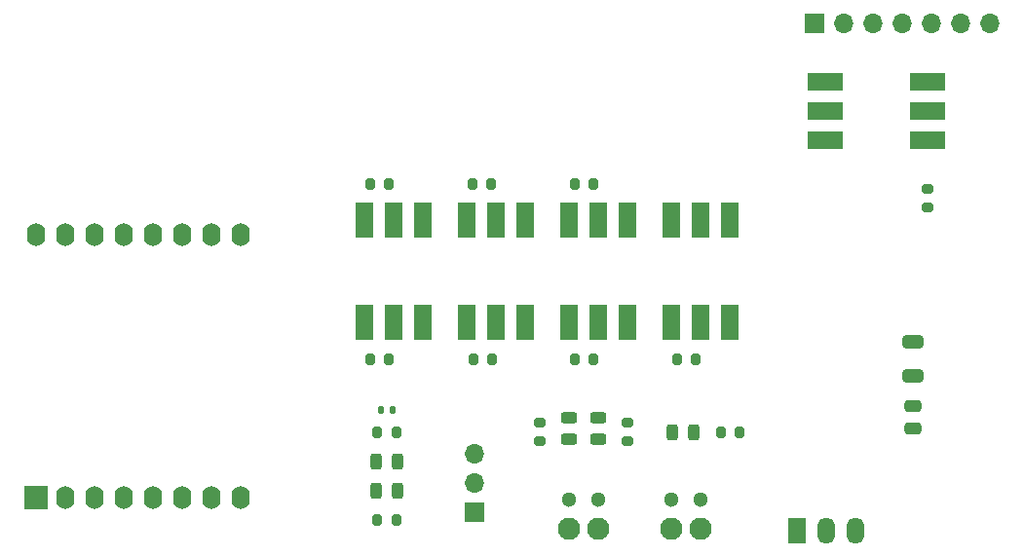
<source format=gbr>
%TF.GenerationSoftware,KiCad,Pcbnew,(7.0.0-0)*%
%TF.CreationDate,2023-05-22T11:06:43+02:00*%
%TF.ProjectId,garage-door-driver,67617261-6765-42d6-946f-6f722d647269,rev?*%
%TF.SameCoordinates,Original*%
%TF.FileFunction,Soldermask,Top*%
%TF.FilePolarity,Negative*%
%FSLAX46Y46*%
G04 Gerber Fmt 4.6, Leading zero omitted, Abs format (unit mm)*
G04 Created by KiCad (PCBNEW (7.0.0-0)) date 2023-05-22 11:06:43*
%MOMM*%
%LPD*%
G01*
G04 APERTURE LIST*
G04 Aperture macros list*
%AMRoundRect*
0 Rectangle with rounded corners*
0 $1 Rounding radius*
0 $2 $3 $4 $5 $6 $7 $8 $9 X,Y pos of 4 corners*
0 Add a 4 corners polygon primitive as box body*
4,1,4,$2,$3,$4,$5,$6,$7,$8,$9,$2,$3,0*
0 Add four circle primitives for the rounded corners*
1,1,$1+$1,$2,$3*
1,1,$1+$1,$4,$5*
1,1,$1+$1,$6,$7*
1,1,$1+$1,$8,$9*
0 Add four rect primitives between the rounded corners*
20,1,$1+$1,$2,$3,$4,$5,0*
20,1,$1+$1,$4,$5,$6,$7,0*
20,1,$1+$1,$6,$7,$8,$9,0*
20,1,$1+$1,$8,$9,$2,$3,0*%
G04 Aperture macros list end*
%ADD10RoundRect,0.200000X0.200000X0.275000X-0.200000X0.275000X-0.200000X-0.275000X0.200000X-0.275000X0*%
%ADD11RoundRect,0.200000X0.275000X-0.200000X0.275000X0.200000X-0.275000X0.200000X-0.275000X-0.200000X0*%
%ADD12RoundRect,0.250000X-0.650000X0.325000X-0.650000X-0.325000X0.650000X-0.325000X0.650000X0.325000X0*%
%ADD13R,1.600000X3.100000*%
%ADD14RoundRect,0.250000X0.475000X-0.250000X0.475000X0.250000X-0.475000X0.250000X-0.475000X-0.250000X0*%
%ADD15RoundRect,0.135000X0.135000X0.185000X-0.135000X0.185000X-0.135000X-0.185000X0.135000X-0.185000X0*%
%ADD16RoundRect,0.243750X0.243750X0.456250X-0.243750X0.456250X-0.243750X-0.456250X0.243750X-0.456250X0*%
%ADD17R,1.700000X1.700000*%
%ADD18O,1.700000X1.700000*%
%ADD19R,2.000000X2.000000*%
%ADD20O,1.600000X2.000000*%
%ADD21R,3.100000X1.600000*%
%ADD22RoundRect,0.243750X-0.456250X0.243750X-0.456250X-0.243750X0.456250X-0.243750X0.456250X0.243750X0*%
%ADD23C,1.300000*%
%ADD24C,1.950000*%
%ADD25RoundRect,0.200000X-0.200000X-0.275000X0.200000X-0.275000X0.200000X0.275000X-0.200000X0.275000X0*%
%ADD26R,1.500000X2.300000*%
%ADD27O,1.500000X2.300000*%
G04 APERTURE END LIST*
D10*
%TO.C,R11*%
X179895000Y-90170000D03*
X178245000Y-90170000D03*
%TD*%
D11*
%TO.C,R6*%
X173990000Y-97345000D03*
X173990000Y-95695000D03*
%TD*%
D12*
%TO.C,C1*%
X198755000Y-88695000D03*
X198755000Y-91645000D03*
%TD*%
D13*
%TO.C,U3*%
X151129999Y-86994999D03*
X153669999Y-86994999D03*
X156209999Y-86994999D03*
X156209999Y-78104999D03*
X153669999Y-78104999D03*
X151129999Y-78104999D03*
%TD*%
D14*
%TO.C,C2*%
X198755000Y-96200000D03*
X198755000Y-94300000D03*
%TD*%
D13*
%TO.C,U5*%
X160019999Y-86994999D03*
X162559999Y-86994999D03*
X165099999Y-86994999D03*
X165099999Y-78104999D03*
X162559999Y-78104999D03*
X160019999Y-78104999D03*
%TD*%
D15*
%TO.C,R1*%
X153545000Y-94615000D03*
X152525000Y-94615000D03*
%TD*%
D16*
%TO.C,D2*%
X153972500Y-101600000D03*
X152097500Y-101600000D03*
%TD*%
D10*
%TO.C,R14*%
X171005000Y-90170000D03*
X169355000Y-90170000D03*
%TD*%
D11*
%TO.C,R7*%
X200025000Y-77025000D03*
X200025000Y-75375000D03*
%TD*%
D10*
%TO.C,R12*%
X183705000Y-96520000D03*
X182055000Y-96520000D03*
%TD*%
%TO.C,R10*%
X162203000Y-90170000D03*
X160553000Y-90170000D03*
%TD*%
D16*
%TO.C,D5*%
X179705000Y-96520000D03*
X177830000Y-96520000D03*
%TD*%
D17*
%TO.C,J1*%
X160654999Y-103444999D03*
D18*
X160654999Y-100904999D03*
X160654999Y-98364999D03*
%TD*%
D19*
%TO.C,U2*%
X122554999Y-102234999D03*
D20*
X125094999Y-102234999D03*
X127634999Y-102234999D03*
X130174999Y-102234999D03*
X132714999Y-102234999D03*
X135254999Y-102234999D03*
X137794999Y-102234999D03*
X140334999Y-102234999D03*
X140334999Y-79374999D03*
X137794999Y-79374999D03*
X135254999Y-79374999D03*
X132714999Y-79374999D03*
X130174999Y-79374999D03*
X127634999Y-79374999D03*
X125094999Y-79374999D03*
X122554999Y-79374999D03*
%TD*%
D21*
%TO.C,U4*%
X200024999Y-71119999D03*
X200024999Y-68579999D03*
X200024999Y-66039999D03*
X191134999Y-66039999D03*
X191134999Y-68579999D03*
X191134999Y-71119999D03*
%TD*%
D17*
%TO.C,J4*%
X190245999Y-60959999D03*
D18*
X192785999Y-60959999D03*
X195325999Y-60959999D03*
X197865999Y-60959999D03*
X200405999Y-60959999D03*
X202945999Y-60959999D03*
X205485999Y-60959999D03*
%TD*%
D22*
%TO.C,D1*%
X168910000Y-95250000D03*
X168910000Y-97125000D03*
%TD*%
D23*
%TO.C,J2*%
X180340000Y-102385000D03*
X177800000Y-102385000D03*
D24*
X180340000Y-104925000D03*
X177800000Y-104925000D03*
%TD*%
D25*
%TO.C,R4*%
X152210000Y-104140000D03*
X153860000Y-104140000D03*
%TD*%
D26*
%TO.C,U1*%
X188687999Y-105077499D03*
D27*
X191227999Y-105077499D03*
X193767999Y-105077499D03*
%TD*%
D10*
%TO.C,R13*%
X171005000Y-74930000D03*
X169355000Y-74930000D03*
%TD*%
D16*
%TO.C,D4*%
X153972500Y-99060000D03*
X152097500Y-99060000D03*
%TD*%
D10*
%TO.C,R3*%
X153225000Y-74930000D03*
X151575000Y-74930000D03*
%TD*%
D22*
%TO.C,D3*%
X171450000Y-95250000D03*
X171450000Y-97125000D03*
%TD*%
D23*
%TO.C,J3*%
X171450000Y-102385000D03*
X168910000Y-102385000D03*
D24*
X171450000Y-104925000D03*
X168910000Y-104925000D03*
%TD*%
D11*
%TO.C,R2*%
X166370000Y-97345000D03*
X166370000Y-95695000D03*
%TD*%
D25*
%TO.C,R9*%
X152210000Y-96520000D03*
X153860000Y-96520000D03*
%TD*%
D13*
%TO.C,U6*%
X177799999Y-86994999D03*
X180339999Y-86994999D03*
X182879999Y-86994999D03*
X182879999Y-78104999D03*
X180339999Y-78104999D03*
X177799999Y-78104999D03*
%TD*%
D10*
%TO.C,R8*%
X162115000Y-74930000D03*
X160465000Y-74930000D03*
%TD*%
D13*
%TO.C,U7*%
X168909999Y-86994999D03*
X171449999Y-86994999D03*
X173989999Y-86994999D03*
X173989999Y-78104999D03*
X171449999Y-78104999D03*
X168909999Y-78104999D03*
%TD*%
D10*
%TO.C,R5*%
X153225000Y-90170000D03*
X151575000Y-90170000D03*
%TD*%
M02*

</source>
